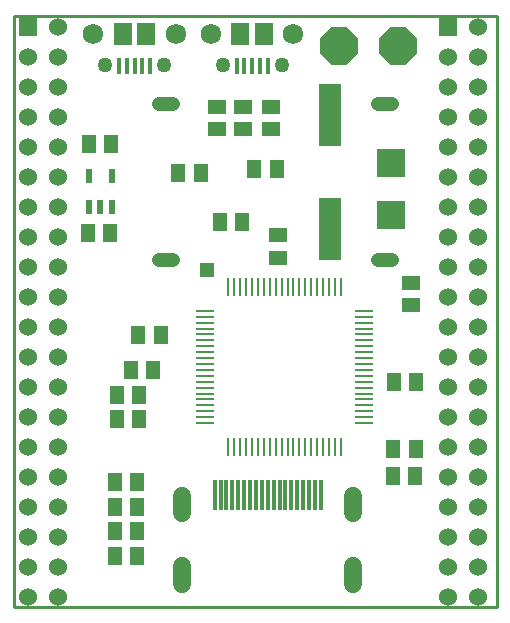
<source format=gts>
G75*
%MOIN*%
%OFA0B0*%
%FSLAX25Y25*%
%IPPOS*%
%LPD*%
%AMOC8*
5,1,8,0,0,1.08239X$1,22.5*
%
%ADD10C,0.01000*%
%ADD11C,0.06000*%
%ADD12R,0.06000X0.06000*%
%ADD13R,0.01575X0.05315*%
%ADD14R,0.05906X0.07480*%
%ADD15C,0.06791*%
%ADD16C,0.05020*%
%ADD17C,0.04724*%
%ADD18OC8,0.12500*%
%ADD19R,0.09449X0.09449*%
%ADD20R,0.05906X0.00984*%
%ADD21R,0.00984X0.05906*%
%ADD22R,0.01181X0.10236*%
%ADD23C,0.05900*%
%ADD24C,0.00000*%
%ADD25C,0.03543*%
%ADD26R,0.05118X0.05906*%
%ADD27R,0.05906X0.05118*%
%ADD28R,0.02200X0.04800*%
%ADD29R,0.07600X0.21000*%
%ADD30R,0.06299X0.05118*%
%ADD31R,0.05118X0.06299*%
%ADD32R,0.04724X0.04724*%
D10*
X0045031Y0019923D02*
X0045031Y0216673D01*
X0206031Y0216673D01*
X0206031Y0019923D01*
X0045031Y0019923D01*
D11*
X0049952Y0023159D03*
X0049952Y0033159D03*
X0059952Y0033159D03*
X0059952Y0023159D03*
X0059952Y0043159D03*
X0049952Y0043159D03*
X0049952Y0053159D03*
X0049952Y0063159D03*
X0059952Y0063159D03*
X0059952Y0053159D03*
X0059952Y0073159D03*
X0049952Y0073159D03*
X0049952Y0083159D03*
X0059952Y0083159D03*
X0059952Y0093159D03*
X0049952Y0093159D03*
X0049952Y0103159D03*
X0049952Y0113159D03*
X0059952Y0113159D03*
X0059952Y0103159D03*
X0059952Y0123159D03*
X0049952Y0123159D03*
X0049952Y0133159D03*
X0059952Y0133159D03*
X0059952Y0143159D03*
X0049952Y0143159D03*
X0049952Y0153159D03*
X0049952Y0163159D03*
X0059952Y0163159D03*
X0059952Y0153159D03*
X0059952Y0173159D03*
X0049952Y0173159D03*
X0049952Y0183159D03*
X0059952Y0183159D03*
X0059952Y0193159D03*
X0049952Y0193159D03*
X0049952Y0203159D03*
X0059952Y0203159D03*
X0059952Y0213159D03*
X0189952Y0203159D03*
X0189952Y0193159D03*
X0199952Y0193159D03*
X0199952Y0203159D03*
X0199952Y0213159D03*
X0199952Y0183159D03*
X0189952Y0183159D03*
X0189952Y0173159D03*
X0199952Y0173159D03*
X0199952Y0163159D03*
X0189952Y0163159D03*
X0189952Y0153159D03*
X0189952Y0143159D03*
X0199952Y0143159D03*
X0199952Y0153159D03*
X0199952Y0133159D03*
X0189952Y0133159D03*
X0189952Y0123159D03*
X0199952Y0123159D03*
X0199952Y0113159D03*
X0189952Y0113159D03*
X0189952Y0103159D03*
X0189952Y0093159D03*
X0199952Y0093159D03*
X0199952Y0103159D03*
X0199952Y0083159D03*
X0189952Y0083159D03*
X0189952Y0073159D03*
X0199952Y0073159D03*
X0199952Y0063159D03*
X0189952Y0063159D03*
X0189952Y0053159D03*
X0189952Y0043159D03*
X0199952Y0043159D03*
X0199952Y0053159D03*
X0199952Y0033159D03*
X0189952Y0033159D03*
X0189952Y0023159D03*
X0199952Y0023159D03*
D12*
X0189952Y0213159D03*
X0049952Y0213159D03*
D13*
X0080213Y0200265D03*
X0082772Y0200265D03*
X0085331Y0200265D03*
X0087890Y0200265D03*
X0090449Y0200265D03*
X0119413Y0200265D03*
X0121972Y0200265D03*
X0124531Y0200265D03*
X0127090Y0200265D03*
X0129649Y0200265D03*
D14*
X0128468Y0210797D03*
X0120594Y0210757D03*
X0089268Y0210797D03*
X0081394Y0210757D03*
D15*
X0071552Y0210797D03*
X0099111Y0210797D03*
X0110752Y0210797D03*
X0138311Y0210797D03*
D16*
X0134374Y0200462D03*
X0114689Y0200462D03*
X0095174Y0200462D03*
X0075489Y0200462D03*
D17*
X0093369Y0187523D02*
X0098093Y0187523D01*
X0098093Y0135523D02*
X0093369Y0135523D01*
X0166369Y0135523D02*
X0171093Y0135523D01*
X0171093Y0187523D02*
X0166369Y0187523D01*
D18*
X0173260Y0206923D03*
X0153575Y0206923D03*
D19*
X0170884Y0167884D03*
X0170884Y0150561D03*
D20*
X0161906Y0118523D03*
X0161906Y0116555D03*
X0161906Y0114586D03*
X0161906Y0112618D03*
X0161906Y0110649D03*
X0161906Y0108681D03*
X0161906Y0106712D03*
X0161906Y0104744D03*
X0161906Y0102775D03*
X0161906Y0100807D03*
X0161906Y0098838D03*
X0161906Y0096870D03*
X0161906Y0094901D03*
X0161906Y0092933D03*
X0161906Y0090964D03*
X0161906Y0088996D03*
X0161906Y0087027D03*
X0161906Y0085059D03*
X0161906Y0083090D03*
X0161906Y0081122D03*
X0108756Y0081122D03*
X0108756Y0083090D03*
X0108756Y0085059D03*
X0108756Y0087027D03*
X0108756Y0088996D03*
X0108756Y0090964D03*
X0108756Y0092933D03*
X0108756Y0094901D03*
X0108756Y0096870D03*
X0108756Y0098838D03*
X0108756Y0100807D03*
X0108756Y0102775D03*
X0108756Y0104744D03*
X0108756Y0106712D03*
X0108756Y0108681D03*
X0108756Y0110649D03*
X0108756Y0112618D03*
X0108756Y0114586D03*
X0108756Y0116555D03*
X0108756Y0118523D03*
D21*
X0116630Y0126397D03*
X0118599Y0126397D03*
X0120567Y0126397D03*
X0122536Y0126397D03*
X0124504Y0126397D03*
X0126473Y0126397D03*
X0128441Y0126397D03*
X0130410Y0126397D03*
X0132378Y0126397D03*
X0134347Y0126397D03*
X0136315Y0126397D03*
X0138284Y0126397D03*
X0140252Y0126397D03*
X0142221Y0126397D03*
X0144189Y0126397D03*
X0146158Y0126397D03*
X0148126Y0126397D03*
X0150095Y0126397D03*
X0152063Y0126397D03*
X0154032Y0126397D03*
X0154032Y0073248D03*
X0152063Y0073248D03*
X0150095Y0073248D03*
X0148126Y0073248D03*
X0146158Y0073248D03*
X0144189Y0073248D03*
X0142221Y0073248D03*
X0140252Y0073248D03*
X0138284Y0073248D03*
X0136315Y0073248D03*
X0134347Y0073248D03*
X0132378Y0073248D03*
X0130410Y0073248D03*
X0128441Y0073248D03*
X0126473Y0073248D03*
X0124504Y0073248D03*
X0122536Y0073248D03*
X0120567Y0073248D03*
X0118599Y0073248D03*
X0116630Y0073248D03*
D22*
X0115952Y0057013D03*
X0117920Y0057013D03*
X0119889Y0057013D03*
X0121857Y0057013D03*
X0123826Y0057013D03*
X0125794Y0057013D03*
X0127763Y0057013D03*
X0129731Y0057013D03*
X0131700Y0057013D03*
X0133668Y0057013D03*
X0135637Y0057013D03*
X0137605Y0057013D03*
X0139574Y0057013D03*
X0141542Y0057013D03*
X0143511Y0057013D03*
X0145479Y0057013D03*
X0147448Y0057013D03*
X0113983Y0057013D03*
X0112015Y0057013D03*
D23*
X0101188Y0056971D02*
X0101188Y0051071D01*
X0101188Y0033506D02*
X0101188Y0027606D01*
X0158275Y0027606D02*
X0158275Y0033506D01*
X0158275Y0051071D02*
X0158275Y0056971D01*
D24*
X0156503Y0056974D02*
X0156505Y0057058D01*
X0156511Y0057141D01*
X0156521Y0057224D01*
X0156535Y0057307D01*
X0156552Y0057389D01*
X0156574Y0057470D01*
X0156599Y0057549D01*
X0156628Y0057628D01*
X0156661Y0057705D01*
X0156697Y0057780D01*
X0156737Y0057854D01*
X0156780Y0057926D01*
X0156827Y0057995D01*
X0156877Y0058062D01*
X0156930Y0058127D01*
X0156986Y0058189D01*
X0157044Y0058249D01*
X0157106Y0058306D01*
X0157170Y0058359D01*
X0157237Y0058410D01*
X0157306Y0058457D01*
X0157377Y0058502D01*
X0157450Y0058542D01*
X0157525Y0058579D01*
X0157602Y0058613D01*
X0157680Y0058643D01*
X0157759Y0058669D01*
X0157840Y0058692D01*
X0157922Y0058710D01*
X0158004Y0058725D01*
X0158087Y0058736D01*
X0158170Y0058743D01*
X0158254Y0058746D01*
X0158338Y0058745D01*
X0158421Y0058740D01*
X0158505Y0058731D01*
X0158587Y0058718D01*
X0158669Y0058702D01*
X0158750Y0058681D01*
X0158831Y0058657D01*
X0158909Y0058629D01*
X0158987Y0058597D01*
X0159063Y0058561D01*
X0159137Y0058522D01*
X0159209Y0058480D01*
X0159279Y0058434D01*
X0159347Y0058385D01*
X0159412Y0058333D01*
X0159475Y0058278D01*
X0159535Y0058220D01*
X0159593Y0058159D01*
X0159647Y0058095D01*
X0159699Y0058029D01*
X0159747Y0057961D01*
X0159792Y0057890D01*
X0159833Y0057817D01*
X0159872Y0057743D01*
X0159906Y0057667D01*
X0159937Y0057589D01*
X0159964Y0057510D01*
X0159988Y0057429D01*
X0160007Y0057348D01*
X0160023Y0057266D01*
X0160035Y0057183D01*
X0160043Y0057099D01*
X0160047Y0057016D01*
X0160047Y0056932D01*
X0160043Y0056849D01*
X0160035Y0056765D01*
X0160023Y0056682D01*
X0160007Y0056600D01*
X0159988Y0056519D01*
X0159964Y0056438D01*
X0159937Y0056359D01*
X0159906Y0056281D01*
X0159872Y0056205D01*
X0159833Y0056131D01*
X0159792Y0056058D01*
X0159747Y0055987D01*
X0159699Y0055919D01*
X0159647Y0055853D01*
X0159593Y0055789D01*
X0159535Y0055728D01*
X0159475Y0055670D01*
X0159412Y0055615D01*
X0159347Y0055563D01*
X0159279Y0055514D01*
X0159209Y0055468D01*
X0159137Y0055426D01*
X0159063Y0055387D01*
X0158987Y0055351D01*
X0158909Y0055319D01*
X0158831Y0055291D01*
X0158750Y0055267D01*
X0158669Y0055246D01*
X0158587Y0055230D01*
X0158505Y0055217D01*
X0158421Y0055208D01*
X0158338Y0055203D01*
X0158254Y0055202D01*
X0158170Y0055205D01*
X0158087Y0055212D01*
X0158004Y0055223D01*
X0157922Y0055238D01*
X0157840Y0055256D01*
X0157759Y0055279D01*
X0157680Y0055305D01*
X0157602Y0055335D01*
X0157525Y0055369D01*
X0157450Y0055406D01*
X0157377Y0055446D01*
X0157306Y0055491D01*
X0157237Y0055538D01*
X0157170Y0055589D01*
X0157106Y0055642D01*
X0157044Y0055699D01*
X0156986Y0055759D01*
X0156930Y0055821D01*
X0156877Y0055886D01*
X0156827Y0055953D01*
X0156780Y0056022D01*
X0156737Y0056094D01*
X0156697Y0056168D01*
X0156661Y0056243D01*
X0156628Y0056320D01*
X0156599Y0056399D01*
X0156574Y0056478D01*
X0156552Y0056559D01*
X0156535Y0056641D01*
X0156521Y0056724D01*
X0156511Y0056807D01*
X0156505Y0056890D01*
X0156503Y0056974D01*
X0156503Y0055202D02*
X0156505Y0055286D01*
X0156511Y0055369D01*
X0156521Y0055452D01*
X0156535Y0055535D01*
X0156552Y0055617D01*
X0156574Y0055698D01*
X0156599Y0055777D01*
X0156628Y0055856D01*
X0156661Y0055933D01*
X0156697Y0056008D01*
X0156737Y0056082D01*
X0156780Y0056154D01*
X0156827Y0056223D01*
X0156877Y0056290D01*
X0156930Y0056355D01*
X0156986Y0056417D01*
X0157044Y0056477D01*
X0157106Y0056534D01*
X0157170Y0056587D01*
X0157237Y0056638D01*
X0157306Y0056685D01*
X0157377Y0056730D01*
X0157450Y0056770D01*
X0157525Y0056807D01*
X0157602Y0056841D01*
X0157680Y0056871D01*
X0157759Y0056897D01*
X0157840Y0056920D01*
X0157922Y0056938D01*
X0158004Y0056953D01*
X0158087Y0056964D01*
X0158170Y0056971D01*
X0158254Y0056974D01*
X0158338Y0056973D01*
X0158421Y0056968D01*
X0158505Y0056959D01*
X0158587Y0056946D01*
X0158669Y0056930D01*
X0158750Y0056909D01*
X0158831Y0056885D01*
X0158909Y0056857D01*
X0158987Y0056825D01*
X0159063Y0056789D01*
X0159137Y0056750D01*
X0159209Y0056708D01*
X0159279Y0056662D01*
X0159347Y0056613D01*
X0159412Y0056561D01*
X0159475Y0056506D01*
X0159535Y0056448D01*
X0159593Y0056387D01*
X0159647Y0056323D01*
X0159699Y0056257D01*
X0159747Y0056189D01*
X0159792Y0056118D01*
X0159833Y0056045D01*
X0159872Y0055971D01*
X0159906Y0055895D01*
X0159937Y0055817D01*
X0159964Y0055738D01*
X0159988Y0055657D01*
X0160007Y0055576D01*
X0160023Y0055494D01*
X0160035Y0055411D01*
X0160043Y0055327D01*
X0160047Y0055244D01*
X0160047Y0055160D01*
X0160043Y0055077D01*
X0160035Y0054993D01*
X0160023Y0054910D01*
X0160007Y0054828D01*
X0159988Y0054747D01*
X0159964Y0054666D01*
X0159937Y0054587D01*
X0159906Y0054509D01*
X0159872Y0054433D01*
X0159833Y0054359D01*
X0159792Y0054286D01*
X0159747Y0054215D01*
X0159699Y0054147D01*
X0159647Y0054081D01*
X0159593Y0054017D01*
X0159535Y0053956D01*
X0159475Y0053898D01*
X0159412Y0053843D01*
X0159347Y0053791D01*
X0159279Y0053742D01*
X0159209Y0053696D01*
X0159137Y0053654D01*
X0159063Y0053615D01*
X0158987Y0053579D01*
X0158909Y0053547D01*
X0158831Y0053519D01*
X0158750Y0053495D01*
X0158669Y0053474D01*
X0158587Y0053458D01*
X0158505Y0053445D01*
X0158421Y0053436D01*
X0158338Y0053431D01*
X0158254Y0053430D01*
X0158170Y0053433D01*
X0158087Y0053440D01*
X0158004Y0053451D01*
X0157922Y0053466D01*
X0157840Y0053484D01*
X0157759Y0053507D01*
X0157680Y0053533D01*
X0157602Y0053563D01*
X0157525Y0053597D01*
X0157450Y0053634D01*
X0157377Y0053674D01*
X0157306Y0053719D01*
X0157237Y0053766D01*
X0157170Y0053817D01*
X0157106Y0053870D01*
X0157044Y0053927D01*
X0156986Y0053987D01*
X0156930Y0054049D01*
X0156877Y0054114D01*
X0156827Y0054181D01*
X0156780Y0054250D01*
X0156737Y0054322D01*
X0156697Y0054396D01*
X0156661Y0054471D01*
X0156628Y0054548D01*
X0156599Y0054627D01*
X0156574Y0054706D01*
X0156552Y0054787D01*
X0156535Y0054869D01*
X0156521Y0054952D01*
X0156511Y0055035D01*
X0156505Y0055118D01*
X0156503Y0055202D01*
X0156503Y0052840D02*
X0156505Y0052924D01*
X0156511Y0053007D01*
X0156521Y0053090D01*
X0156535Y0053173D01*
X0156552Y0053255D01*
X0156574Y0053336D01*
X0156599Y0053415D01*
X0156628Y0053494D01*
X0156661Y0053571D01*
X0156697Y0053646D01*
X0156737Y0053720D01*
X0156780Y0053792D01*
X0156827Y0053861D01*
X0156877Y0053928D01*
X0156930Y0053993D01*
X0156986Y0054055D01*
X0157044Y0054115D01*
X0157106Y0054172D01*
X0157170Y0054225D01*
X0157237Y0054276D01*
X0157306Y0054323D01*
X0157377Y0054368D01*
X0157450Y0054408D01*
X0157525Y0054445D01*
X0157602Y0054479D01*
X0157680Y0054509D01*
X0157759Y0054535D01*
X0157840Y0054558D01*
X0157922Y0054576D01*
X0158004Y0054591D01*
X0158087Y0054602D01*
X0158170Y0054609D01*
X0158254Y0054612D01*
X0158338Y0054611D01*
X0158421Y0054606D01*
X0158505Y0054597D01*
X0158587Y0054584D01*
X0158669Y0054568D01*
X0158750Y0054547D01*
X0158831Y0054523D01*
X0158909Y0054495D01*
X0158987Y0054463D01*
X0159063Y0054427D01*
X0159137Y0054388D01*
X0159209Y0054346D01*
X0159279Y0054300D01*
X0159347Y0054251D01*
X0159412Y0054199D01*
X0159475Y0054144D01*
X0159535Y0054086D01*
X0159593Y0054025D01*
X0159647Y0053961D01*
X0159699Y0053895D01*
X0159747Y0053827D01*
X0159792Y0053756D01*
X0159833Y0053683D01*
X0159872Y0053609D01*
X0159906Y0053533D01*
X0159937Y0053455D01*
X0159964Y0053376D01*
X0159988Y0053295D01*
X0160007Y0053214D01*
X0160023Y0053132D01*
X0160035Y0053049D01*
X0160043Y0052965D01*
X0160047Y0052882D01*
X0160047Y0052798D01*
X0160043Y0052715D01*
X0160035Y0052631D01*
X0160023Y0052548D01*
X0160007Y0052466D01*
X0159988Y0052385D01*
X0159964Y0052304D01*
X0159937Y0052225D01*
X0159906Y0052147D01*
X0159872Y0052071D01*
X0159833Y0051997D01*
X0159792Y0051924D01*
X0159747Y0051853D01*
X0159699Y0051785D01*
X0159647Y0051719D01*
X0159593Y0051655D01*
X0159535Y0051594D01*
X0159475Y0051536D01*
X0159412Y0051481D01*
X0159347Y0051429D01*
X0159279Y0051380D01*
X0159209Y0051334D01*
X0159137Y0051292D01*
X0159063Y0051253D01*
X0158987Y0051217D01*
X0158909Y0051185D01*
X0158831Y0051157D01*
X0158750Y0051133D01*
X0158669Y0051112D01*
X0158587Y0051096D01*
X0158505Y0051083D01*
X0158421Y0051074D01*
X0158338Y0051069D01*
X0158254Y0051068D01*
X0158170Y0051071D01*
X0158087Y0051078D01*
X0158004Y0051089D01*
X0157922Y0051104D01*
X0157840Y0051122D01*
X0157759Y0051145D01*
X0157680Y0051171D01*
X0157602Y0051201D01*
X0157525Y0051235D01*
X0157450Y0051272D01*
X0157377Y0051312D01*
X0157306Y0051357D01*
X0157237Y0051404D01*
X0157170Y0051455D01*
X0157106Y0051508D01*
X0157044Y0051565D01*
X0156986Y0051625D01*
X0156930Y0051687D01*
X0156877Y0051752D01*
X0156827Y0051819D01*
X0156780Y0051888D01*
X0156737Y0051960D01*
X0156697Y0052034D01*
X0156661Y0052109D01*
X0156628Y0052186D01*
X0156599Y0052265D01*
X0156574Y0052344D01*
X0156552Y0052425D01*
X0156535Y0052507D01*
X0156521Y0052590D01*
X0156511Y0052673D01*
X0156505Y0052756D01*
X0156503Y0052840D01*
X0156503Y0051068D02*
X0156505Y0051152D01*
X0156511Y0051235D01*
X0156521Y0051318D01*
X0156535Y0051401D01*
X0156552Y0051483D01*
X0156574Y0051564D01*
X0156599Y0051643D01*
X0156628Y0051722D01*
X0156661Y0051799D01*
X0156697Y0051874D01*
X0156737Y0051948D01*
X0156780Y0052020D01*
X0156827Y0052089D01*
X0156877Y0052156D01*
X0156930Y0052221D01*
X0156986Y0052283D01*
X0157044Y0052343D01*
X0157106Y0052400D01*
X0157170Y0052453D01*
X0157237Y0052504D01*
X0157306Y0052551D01*
X0157377Y0052596D01*
X0157450Y0052636D01*
X0157525Y0052673D01*
X0157602Y0052707D01*
X0157680Y0052737D01*
X0157759Y0052763D01*
X0157840Y0052786D01*
X0157922Y0052804D01*
X0158004Y0052819D01*
X0158087Y0052830D01*
X0158170Y0052837D01*
X0158254Y0052840D01*
X0158338Y0052839D01*
X0158421Y0052834D01*
X0158505Y0052825D01*
X0158587Y0052812D01*
X0158669Y0052796D01*
X0158750Y0052775D01*
X0158831Y0052751D01*
X0158909Y0052723D01*
X0158987Y0052691D01*
X0159063Y0052655D01*
X0159137Y0052616D01*
X0159209Y0052574D01*
X0159279Y0052528D01*
X0159347Y0052479D01*
X0159412Y0052427D01*
X0159475Y0052372D01*
X0159535Y0052314D01*
X0159593Y0052253D01*
X0159647Y0052189D01*
X0159699Y0052123D01*
X0159747Y0052055D01*
X0159792Y0051984D01*
X0159833Y0051911D01*
X0159872Y0051837D01*
X0159906Y0051761D01*
X0159937Y0051683D01*
X0159964Y0051604D01*
X0159988Y0051523D01*
X0160007Y0051442D01*
X0160023Y0051360D01*
X0160035Y0051277D01*
X0160043Y0051193D01*
X0160047Y0051110D01*
X0160047Y0051026D01*
X0160043Y0050943D01*
X0160035Y0050859D01*
X0160023Y0050776D01*
X0160007Y0050694D01*
X0159988Y0050613D01*
X0159964Y0050532D01*
X0159937Y0050453D01*
X0159906Y0050375D01*
X0159872Y0050299D01*
X0159833Y0050225D01*
X0159792Y0050152D01*
X0159747Y0050081D01*
X0159699Y0050013D01*
X0159647Y0049947D01*
X0159593Y0049883D01*
X0159535Y0049822D01*
X0159475Y0049764D01*
X0159412Y0049709D01*
X0159347Y0049657D01*
X0159279Y0049608D01*
X0159209Y0049562D01*
X0159137Y0049520D01*
X0159063Y0049481D01*
X0158987Y0049445D01*
X0158909Y0049413D01*
X0158831Y0049385D01*
X0158750Y0049361D01*
X0158669Y0049340D01*
X0158587Y0049324D01*
X0158505Y0049311D01*
X0158421Y0049302D01*
X0158338Y0049297D01*
X0158254Y0049296D01*
X0158170Y0049299D01*
X0158087Y0049306D01*
X0158004Y0049317D01*
X0157922Y0049332D01*
X0157840Y0049350D01*
X0157759Y0049373D01*
X0157680Y0049399D01*
X0157602Y0049429D01*
X0157525Y0049463D01*
X0157450Y0049500D01*
X0157377Y0049540D01*
X0157306Y0049585D01*
X0157237Y0049632D01*
X0157170Y0049683D01*
X0157106Y0049736D01*
X0157044Y0049793D01*
X0156986Y0049853D01*
X0156930Y0049915D01*
X0156877Y0049980D01*
X0156827Y0050047D01*
X0156780Y0050116D01*
X0156737Y0050188D01*
X0156697Y0050262D01*
X0156661Y0050337D01*
X0156628Y0050414D01*
X0156599Y0050493D01*
X0156574Y0050572D01*
X0156552Y0050653D01*
X0156535Y0050735D01*
X0156521Y0050818D01*
X0156511Y0050901D01*
X0156505Y0050984D01*
X0156503Y0051068D01*
X0156503Y0033549D02*
X0156505Y0033633D01*
X0156511Y0033716D01*
X0156521Y0033799D01*
X0156535Y0033882D01*
X0156552Y0033964D01*
X0156574Y0034045D01*
X0156599Y0034124D01*
X0156628Y0034203D01*
X0156661Y0034280D01*
X0156697Y0034355D01*
X0156737Y0034429D01*
X0156780Y0034501D01*
X0156827Y0034570D01*
X0156877Y0034637D01*
X0156930Y0034702D01*
X0156986Y0034764D01*
X0157044Y0034824D01*
X0157106Y0034881D01*
X0157170Y0034934D01*
X0157237Y0034985D01*
X0157306Y0035032D01*
X0157377Y0035077D01*
X0157450Y0035117D01*
X0157525Y0035154D01*
X0157602Y0035188D01*
X0157680Y0035218D01*
X0157759Y0035244D01*
X0157840Y0035267D01*
X0157922Y0035285D01*
X0158004Y0035300D01*
X0158087Y0035311D01*
X0158170Y0035318D01*
X0158254Y0035321D01*
X0158338Y0035320D01*
X0158421Y0035315D01*
X0158505Y0035306D01*
X0158587Y0035293D01*
X0158669Y0035277D01*
X0158750Y0035256D01*
X0158831Y0035232D01*
X0158909Y0035204D01*
X0158987Y0035172D01*
X0159063Y0035136D01*
X0159137Y0035097D01*
X0159209Y0035055D01*
X0159279Y0035009D01*
X0159347Y0034960D01*
X0159412Y0034908D01*
X0159475Y0034853D01*
X0159535Y0034795D01*
X0159593Y0034734D01*
X0159647Y0034670D01*
X0159699Y0034604D01*
X0159747Y0034536D01*
X0159792Y0034465D01*
X0159833Y0034392D01*
X0159872Y0034318D01*
X0159906Y0034242D01*
X0159937Y0034164D01*
X0159964Y0034085D01*
X0159988Y0034004D01*
X0160007Y0033923D01*
X0160023Y0033841D01*
X0160035Y0033758D01*
X0160043Y0033674D01*
X0160047Y0033591D01*
X0160047Y0033507D01*
X0160043Y0033424D01*
X0160035Y0033340D01*
X0160023Y0033257D01*
X0160007Y0033175D01*
X0159988Y0033094D01*
X0159964Y0033013D01*
X0159937Y0032934D01*
X0159906Y0032856D01*
X0159872Y0032780D01*
X0159833Y0032706D01*
X0159792Y0032633D01*
X0159747Y0032562D01*
X0159699Y0032494D01*
X0159647Y0032428D01*
X0159593Y0032364D01*
X0159535Y0032303D01*
X0159475Y0032245D01*
X0159412Y0032190D01*
X0159347Y0032138D01*
X0159279Y0032089D01*
X0159209Y0032043D01*
X0159137Y0032001D01*
X0159063Y0031962D01*
X0158987Y0031926D01*
X0158909Y0031894D01*
X0158831Y0031866D01*
X0158750Y0031842D01*
X0158669Y0031821D01*
X0158587Y0031805D01*
X0158505Y0031792D01*
X0158421Y0031783D01*
X0158338Y0031778D01*
X0158254Y0031777D01*
X0158170Y0031780D01*
X0158087Y0031787D01*
X0158004Y0031798D01*
X0157922Y0031813D01*
X0157840Y0031831D01*
X0157759Y0031854D01*
X0157680Y0031880D01*
X0157602Y0031910D01*
X0157525Y0031944D01*
X0157450Y0031981D01*
X0157377Y0032021D01*
X0157306Y0032066D01*
X0157237Y0032113D01*
X0157170Y0032164D01*
X0157106Y0032217D01*
X0157044Y0032274D01*
X0156986Y0032334D01*
X0156930Y0032396D01*
X0156877Y0032461D01*
X0156827Y0032528D01*
X0156780Y0032597D01*
X0156737Y0032669D01*
X0156697Y0032743D01*
X0156661Y0032818D01*
X0156628Y0032895D01*
X0156599Y0032974D01*
X0156574Y0033053D01*
X0156552Y0033134D01*
X0156535Y0033216D01*
X0156521Y0033299D01*
X0156511Y0033382D01*
X0156505Y0033465D01*
X0156503Y0033549D01*
X0156503Y0031777D02*
X0156505Y0031861D01*
X0156511Y0031944D01*
X0156521Y0032027D01*
X0156535Y0032110D01*
X0156552Y0032192D01*
X0156574Y0032273D01*
X0156599Y0032352D01*
X0156628Y0032431D01*
X0156661Y0032508D01*
X0156697Y0032583D01*
X0156737Y0032657D01*
X0156780Y0032729D01*
X0156827Y0032798D01*
X0156877Y0032865D01*
X0156930Y0032930D01*
X0156986Y0032992D01*
X0157044Y0033052D01*
X0157106Y0033109D01*
X0157170Y0033162D01*
X0157237Y0033213D01*
X0157306Y0033260D01*
X0157377Y0033305D01*
X0157450Y0033345D01*
X0157525Y0033382D01*
X0157602Y0033416D01*
X0157680Y0033446D01*
X0157759Y0033472D01*
X0157840Y0033495D01*
X0157922Y0033513D01*
X0158004Y0033528D01*
X0158087Y0033539D01*
X0158170Y0033546D01*
X0158254Y0033549D01*
X0158338Y0033548D01*
X0158421Y0033543D01*
X0158505Y0033534D01*
X0158587Y0033521D01*
X0158669Y0033505D01*
X0158750Y0033484D01*
X0158831Y0033460D01*
X0158909Y0033432D01*
X0158987Y0033400D01*
X0159063Y0033364D01*
X0159137Y0033325D01*
X0159209Y0033283D01*
X0159279Y0033237D01*
X0159347Y0033188D01*
X0159412Y0033136D01*
X0159475Y0033081D01*
X0159535Y0033023D01*
X0159593Y0032962D01*
X0159647Y0032898D01*
X0159699Y0032832D01*
X0159747Y0032764D01*
X0159792Y0032693D01*
X0159833Y0032620D01*
X0159872Y0032546D01*
X0159906Y0032470D01*
X0159937Y0032392D01*
X0159964Y0032313D01*
X0159988Y0032232D01*
X0160007Y0032151D01*
X0160023Y0032069D01*
X0160035Y0031986D01*
X0160043Y0031902D01*
X0160047Y0031819D01*
X0160047Y0031735D01*
X0160043Y0031652D01*
X0160035Y0031568D01*
X0160023Y0031485D01*
X0160007Y0031403D01*
X0159988Y0031322D01*
X0159964Y0031241D01*
X0159937Y0031162D01*
X0159906Y0031084D01*
X0159872Y0031008D01*
X0159833Y0030934D01*
X0159792Y0030861D01*
X0159747Y0030790D01*
X0159699Y0030722D01*
X0159647Y0030656D01*
X0159593Y0030592D01*
X0159535Y0030531D01*
X0159475Y0030473D01*
X0159412Y0030418D01*
X0159347Y0030366D01*
X0159279Y0030317D01*
X0159209Y0030271D01*
X0159137Y0030229D01*
X0159063Y0030190D01*
X0158987Y0030154D01*
X0158909Y0030122D01*
X0158831Y0030094D01*
X0158750Y0030070D01*
X0158669Y0030049D01*
X0158587Y0030033D01*
X0158505Y0030020D01*
X0158421Y0030011D01*
X0158338Y0030006D01*
X0158254Y0030005D01*
X0158170Y0030008D01*
X0158087Y0030015D01*
X0158004Y0030026D01*
X0157922Y0030041D01*
X0157840Y0030059D01*
X0157759Y0030082D01*
X0157680Y0030108D01*
X0157602Y0030138D01*
X0157525Y0030172D01*
X0157450Y0030209D01*
X0157377Y0030249D01*
X0157306Y0030294D01*
X0157237Y0030341D01*
X0157170Y0030392D01*
X0157106Y0030445D01*
X0157044Y0030502D01*
X0156986Y0030562D01*
X0156930Y0030624D01*
X0156877Y0030689D01*
X0156827Y0030756D01*
X0156780Y0030825D01*
X0156737Y0030897D01*
X0156697Y0030971D01*
X0156661Y0031046D01*
X0156628Y0031123D01*
X0156599Y0031202D01*
X0156574Y0031281D01*
X0156552Y0031362D01*
X0156535Y0031444D01*
X0156521Y0031527D01*
X0156511Y0031610D01*
X0156505Y0031693D01*
X0156503Y0031777D01*
X0156503Y0029415D02*
X0156505Y0029499D01*
X0156511Y0029582D01*
X0156521Y0029665D01*
X0156535Y0029748D01*
X0156552Y0029830D01*
X0156574Y0029911D01*
X0156599Y0029990D01*
X0156628Y0030069D01*
X0156661Y0030146D01*
X0156697Y0030221D01*
X0156737Y0030295D01*
X0156780Y0030367D01*
X0156827Y0030436D01*
X0156877Y0030503D01*
X0156930Y0030568D01*
X0156986Y0030630D01*
X0157044Y0030690D01*
X0157106Y0030747D01*
X0157170Y0030800D01*
X0157237Y0030851D01*
X0157306Y0030898D01*
X0157377Y0030943D01*
X0157450Y0030983D01*
X0157525Y0031020D01*
X0157602Y0031054D01*
X0157680Y0031084D01*
X0157759Y0031110D01*
X0157840Y0031133D01*
X0157922Y0031151D01*
X0158004Y0031166D01*
X0158087Y0031177D01*
X0158170Y0031184D01*
X0158254Y0031187D01*
X0158338Y0031186D01*
X0158421Y0031181D01*
X0158505Y0031172D01*
X0158587Y0031159D01*
X0158669Y0031143D01*
X0158750Y0031122D01*
X0158831Y0031098D01*
X0158909Y0031070D01*
X0158987Y0031038D01*
X0159063Y0031002D01*
X0159137Y0030963D01*
X0159209Y0030921D01*
X0159279Y0030875D01*
X0159347Y0030826D01*
X0159412Y0030774D01*
X0159475Y0030719D01*
X0159535Y0030661D01*
X0159593Y0030600D01*
X0159647Y0030536D01*
X0159699Y0030470D01*
X0159747Y0030402D01*
X0159792Y0030331D01*
X0159833Y0030258D01*
X0159872Y0030184D01*
X0159906Y0030108D01*
X0159937Y0030030D01*
X0159964Y0029951D01*
X0159988Y0029870D01*
X0160007Y0029789D01*
X0160023Y0029707D01*
X0160035Y0029624D01*
X0160043Y0029540D01*
X0160047Y0029457D01*
X0160047Y0029373D01*
X0160043Y0029290D01*
X0160035Y0029206D01*
X0160023Y0029123D01*
X0160007Y0029041D01*
X0159988Y0028960D01*
X0159964Y0028879D01*
X0159937Y0028800D01*
X0159906Y0028722D01*
X0159872Y0028646D01*
X0159833Y0028572D01*
X0159792Y0028499D01*
X0159747Y0028428D01*
X0159699Y0028360D01*
X0159647Y0028294D01*
X0159593Y0028230D01*
X0159535Y0028169D01*
X0159475Y0028111D01*
X0159412Y0028056D01*
X0159347Y0028004D01*
X0159279Y0027955D01*
X0159209Y0027909D01*
X0159137Y0027867D01*
X0159063Y0027828D01*
X0158987Y0027792D01*
X0158909Y0027760D01*
X0158831Y0027732D01*
X0158750Y0027708D01*
X0158669Y0027687D01*
X0158587Y0027671D01*
X0158505Y0027658D01*
X0158421Y0027649D01*
X0158338Y0027644D01*
X0158254Y0027643D01*
X0158170Y0027646D01*
X0158087Y0027653D01*
X0158004Y0027664D01*
X0157922Y0027679D01*
X0157840Y0027697D01*
X0157759Y0027720D01*
X0157680Y0027746D01*
X0157602Y0027776D01*
X0157525Y0027810D01*
X0157450Y0027847D01*
X0157377Y0027887D01*
X0157306Y0027932D01*
X0157237Y0027979D01*
X0157170Y0028030D01*
X0157106Y0028083D01*
X0157044Y0028140D01*
X0156986Y0028200D01*
X0156930Y0028262D01*
X0156877Y0028327D01*
X0156827Y0028394D01*
X0156780Y0028463D01*
X0156737Y0028535D01*
X0156697Y0028609D01*
X0156661Y0028684D01*
X0156628Y0028761D01*
X0156599Y0028840D01*
X0156574Y0028919D01*
X0156552Y0029000D01*
X0156535Y0029082D01*
X0156521Y0029165D01*
X0156511Y0029248D01*
X0156505Y0029331D01*
X0156503Y0029415D01*
X0156503Y0027643D02*
X0156505Y0027727D01*
X0156511Y0027810D01*
X0156521Y0027893D01*
X0156535Y0027976D01*
X0156552Y0028058D01*
X0156574Y0028139D01*
X0156599Y0028218D01*
X0156628Y0028297D01*
X0156661Y0028374D01*
X0156697Y0028449D01*
X0156737Y0028523D01*
X0156780Y0028595D01*
X0156827Y0028664D01*
X0156877Y0028731D01*
X0156930Y0028796D01*
X0156986Y0028858D01*
X0157044Y0028918D01*
X0157106Y0028975D01*
X0157170Y0029028D01*
X0157237Y0029079D01*
X0157306Y0029126D01*
X0157377Y0029171D01*
X0157450Y0029211D01*
X0157525Y0029248D01*
X0157602Y0029282D01*
X0157680Y0029312D01*
X0157759Y0029338D01*
X0157840Y0029361D01*
X0157922Y0029379D01*
X0158004Y0029394D01*
X0158087Y0029405D01*
X0158170Y0029412D01*
X0158254Y0029415D01*
X0158338Y0029414D01*
X0158421Y0029409D01*
X0158505Y0029400D01*
X0158587Y0029387D01*
X0158669Y0029371D01*
X0158750Y0029350D01*
X0158831Y0029326D01*
X0158909Y0029298D01*
X0158987Y0029266D01*
X0159063Y0029230D01*
X0159137Y0029191D01*
X0159209Y0029149D01*
X0159279Y0029103D01*
X0159347Y0029054D01*
X0159412Y0029002D01*
X0159475Y0028947D01*
X0159535Y0028889D01*
X0159593Y0028828D01*
X0159647Y0028764D01*
X0159699Y0028698D01*
X0159747Y0028630D01*
X0159792Y0028559D01*
X0159833Y0028486D01*
X0159872Y0028412D01*
X0159906Y0028336D01*
X0159937Y0028258D01*
X0159964Y0028179D01*
X0159988Y0028098D01*
X0160007Y0028017D01*
X0160023Y0027935D01*
X0160035Y0027852D01*
X0160043Y0027768D01*
X0160047Y0027685D01*
X0160047Y0027601D01*
X0160043Y0027518D01*
X0160035Y0027434D01*
X0160023Y0027351D01*
X0160007Y0027269D01*
X0159988Y0027188D01*
X0159964Y0027107D01*
X0159937Y0027028D01*
X0159906Y0026950D01*
X0159872Y0026874D01*
X0159833Y0026800D01*
X0159792Y0026727D01*
X0159747Y0026656D01*
X0159699Y0026588D01*
X0159647Y0026522D01*
X0159593Y0026458D01*
X0159535Y0026397D01*
X0159475Y0026339D01*
X0159412Y0026284D01*
X0159347Y0026232D01*
X0159279Y0026183D01*
X0159209Y0026137D01*
X0159137Y0026095D01*
X0159063Y0026056D01*
X0158987Y0026020D01*
X0158909Y0025988D01*
X0158831Y0025960D01*
X0158750Y0025936D01*
X0158669Y0025915D01*
X0158587Y0025899D01*
X0158505Y0025886D01*
X0158421Y0025877D01*
X0158338Y0025872D01*
X0158254Y0025871D01*
X0158170Y0025874D01*
X0158087Y0025881D01*
X0158004Y0025892D01*
X0157922Y0025907D01*
X0157840Y0025925D01*
X0157759Y0025948D01*
X0157680Y0025974D01*
X0157602Y0026004D01*
X0157525Y0026038D01*
X0157450Y0026075D01*
X0157377Y0026115D01*
X0157306Y0026160D01*
X0157237Y0026207D01*
X0157170Y0026258D01*
X0157106Y0026311D01*
X0157044Y0026368D01*
X0156986Y0026428D01*
X0156930Y0026490D01*
X0156877Y0026555D01*
X0156827Y0026622D01*
X0156780Y0026691D01*
X0156737Y0026763D01*
X0156697Y0026837D01*
X0156661Y0026912D01*
X0156628Y0026989D01*
X0156599Y0027068D01*
X0156574Y0027147D01*
X0156552Y0027228D01*
X0156535Y0027310D01*
X0156521Y0027393D01*
X0156511Y0027476D01*
X0156505Y0027559D01*
X0156503Y0027643D01*
X0099416Y0027643D02*
X0099418Y0027727D01*
X0099424Y0027810D01*
X0099434Y0027893D01*
X0099448Y0027976D01*
X0099465Y0028058D01*
X0099487Y0028139D01*
X0099512Y0028218D01*
X0099541Y0028297D01*
X0099574Y0028374D01*
X0099610Y0028449D01*
X0099650Y0028523D01*
X0099693Y0028595D01*
X0099740Y0028664D01*
X0099790Y0028731D01*
X0099843Y0028796D01*
X0099899Y0028858D01*
X0099957Y0028918D01*
X0100019Y0028975D01*
X0100083Y0029028D01*
X0100150Y0029079D01*
X0100219Y0029126D01*
X0100290Y0029171D01*
X0100363Y0029211D01*
X0100438Y0029248D01*
X0100515Y0029282D01*
X0100593Y0029312D01*
X0100672Y0029338D01*
X0100753Y0029361D01*
X0100835Y0029379D01*
X0100917Y0029394D01*
X0101000Y0029405D01*
X0101083Y0029412D01*
X0101167Y0029415D01*
X0101251Y0029414D01*
X0101334Y0029409D01*
X0101418Y0029400D01*
X0101500Y0029387D01*
X0101582Y0029371D01*
X0101663Y0029350D01*
X0101744Y0029326D01*
X0101822Y0029298D01*
X0101900Y0029266D01*
X0101976Y0029230D01*
X0102050Y0029191D01*
X0102122Y0029149D01*
X0102192Y0029103D01*
X0102260Y0029054D01*
X0102325Y0029002D01*
X0102388Y0028947D01*
X0102448Y0028889D01*
X0102506Y0028828D01*
X0102560Y0028764D01*
X0102612Y0028698D01*
X0102660Y0028630D01*
X0102705Y0028559D01*
X0102746Y0028486D01*
X0102785Y0028412D01*
X0102819Y0028336D01*
X0102850Y0028258D01*
X0102877Y0028179D01*
X0102901Y0028098D01*
X0102920Y0028017D01*
X0102936Y0027935D01*
X0102948Y0027852D01*
X0102956Y0027768D01*
X0102960Y0027685D01*
X0102960Y0027601D01*
X0102956Y0027518D01*
X0102948Y0027434D01*
X0102936Y0027351D01*
X0102920Y0027269D01*
X0102901Y0027188D01*
X0102877Y0027107D01*
X0102850Y0027028D01*
X0102819Y0026950D01*
X0102785Y0026874D01*
X0102746Y0026800D01*
X0102705Y0026727D01*
X0102660Y0026656D01*
X0102612Y0026588D01*
X0102560Y0026522D01*
X0102506Y0026458D01*
X0102448Y0026397D01*
X0102388Y0026339D01*
X0102325Y0026284D01*
X0102260Y0026232D01*
X0102192Y0026183D01*
X0102122Y0026137D01*
X0102050Y0026095D01*
X0101976Y0026056D01*
X0101900Y0026020D01*
X0101822Y0025988D01*
X0101744Y0025960D01*
X0101663Y0025936D01*
X0101582Y0025915D01*
X0101500Y0025899D01*
X0101418Y0025886D01*
X0101334Y0025877D01*
X0101251Y0025872D01*
X0101167Y0025871D01*
X0101083Y0025874D01*
X0101000Y0025881D01*
X0100917Y0025892D01*
X0100835Y0025907D01*
X0100753Y0025925D01*
X0100672Y0025948D01*
X0100593Y0025974D01*
X0100515Y0026004D01*
X0100438Y0026038D01*
X0100363Y0026075D01*
X0100290Y0026115D01*
X0100219Y0026160D01*
X0100150Y0026207D01*
X0100083Y0026258D01*
X0100019Y0026311D01*
X0099957Y0026368D01*
X0099899Y0026428D01*
X0099843Y0026490D01*
X0099790Y0026555D01*
X0099740Y0026622D01*
X0099693Y0026691D01*
X0099650Y0026763D01*
X0099610Y0026837D01*
X0099574Y0026912D01*
X0099541Y0026989D01*
X0099512Y0027068D01*
X0099487Y0027147D01*
X0099465Y0027228D01*
X0099448Y0027310D01*
X0099434Y0027393D01*
X0099424Y0027476D01*
X0099418Y0027559D01*
X0099416Y0027643D01*
X0099416Y0029415D02*
X0099418Y0029499D01*
X0099424Y0029582D01*
X0099434Y0029665D01*
X0099448Y0029748D01*
X0099465Y0029830D01*
X0099487Y0029911D01*
X0099512Y0029990D01*
X0099541Y0030069D01*
X0099574Y0030146D01*
X0099610Y0030221D01*
X0099650Y0030295D01*
X0099693Y0030367D01*
X0099740Y0030436D01*
X0099790Y0030503D01*
X0099843Y0030568D01*
X0099899Y0030630D01*
X0099957Y0030690D01*
X0100019Y0030747D01*
X0100083Y0030800D01*
X0100150Y0030851D01*
X0100219Y0030898D01*
X0100290Y0030943D01*
X0100363Y0030983D01*
X0100438Y0031020D01*
X0100515Y0031054D01*
X0100593Y0031084D01*
X0100672Y0031110D01*
X0100753Y0031133D01*
X0100835Y0031151D01*
X0100917Y0031166D01*
X0101000Y0031177D01*
X0101083Y0031184D01*
X0101167Y0031187D01*
X0101251Y0031186D01*
X0101334Y0031181D01*
X0101418Y0031172D01*
X0101500Y0031159D01*
X0101582Y0031143D01*
X0101663Y0031122D01*
X0101744Y0031098D01*
X0101822Y0031070D01*
X0101900Y0031038D01*
X0101976Y0031002D01*
X0102050Y0030963D01*
X0102122Y0030921D01*
X0102192Y0030875D01*
X0102260Y0030826D01*
X0102325Y0030774D01*
X0102388Y0030719D01*
X0102448Y0030661D01*
X0102506Y0030600D01*
X0102560Y0030536D01*
X0102612Y0030470D01*
X0102660Y0030402D01*
X0102705Y0030331D01*
X0102746Y0030258D01*
X0102785Y0030184D01*
X0102819Y0030108D01*
X0102850Y0030030D01*
X0102877Y0029951D01*
X0102901Y0029870D01*
X0102920Y0029789D01*
X0102936Y0029707D01*
X0102948Y0029624D01*
X0102956Y0029540D01*
X0102960Y0029457D01*
X0102960Y0029373D01*
X0102956Y0029290D01*
X0102948Y0029206D01*
X0102936Y0029123D01*
X0102920Y0029041D01*
X0102901Y0028960D01*
X0102877Y0028879D01*
X0102850Y0028800D01*
X0102819Y0028722D01*
X0102785Y0028646D01*
X0102746Y0028572D01*
X0102705Y0028499D01*
X0102660Y0028428D01*
X0102612Y0028360D01*
X0102560Y0028294D01*
X0102506Y0028230D01*
X0102448Y0028169D01*
X0102388Y0028111D01*
X0102325Y0028056D01*
X0102260Y0028004D01*
X0102192Y0027955D01*
X0102122Y0027909D01*
X0102050Y0027867D01*
X0101976Y0027828D01*
X0101900Y0027792D01*
X0101822Y0027760D01*
X0101744Y0027732D01*
X0101663Y0027708D01*
X0101582Y0027687D01*
X0101500Y0027671D01*
X0101418Y0027658D01*
X0101334Y0027649D01*
X0101251Y0027644D01*
X0101167Y0027643D01*
X0101083Y0027646D01*
X0101000Y0027653D01*
X0100917Y0027664D01*
X0100835Y0027679D01*
X0100753Y0027697D01*
X0100672Y0027720D01*
X0100593Y0027746D01*
X0100515Y0027776D01*
X0100438Y0027810D01*
X0100363Y0027847D01*
X0100290Y0027887D01*
X0100219Y0027932D01*
X0100150Y0027979D01*
X0100083Y0028030D01*
X0100019Y0028083D01*
X0099957Y0028140D01*
X0099899Y0028200D01*
X0099843Y0028262D01*
X0099790Y0028327D01*
X0099740Y0028394D01*
X0099693Y0028463D01*
X0099650Y0028535D01*
X0099610Y0028609D01*
X0099574Y0028684D01*
X0099541Y0028761D01*
X0099512Y0028840D01*
X0099487Y0028919D01*
X0099465Y0029000D01*
X0099448Y0029082D01*
X0099434Y0029165D01*
X0099424Y0029248D01*
X0099418Y0029331D01*
X0099416Y0029415D01*
X0099416Y0031777D02*
X0099418Y0031861D01*
X0099424Y0031944D01*
X0099434Y0032027D01*
X0099448Y0032110D01*
X0099465Y0032192D01*
X0099487Y0032273D01*
X0099512Y0032352D01*
X0099541Y0032431D01*
X0099574Y0032508D01*
X0099610Y0032583D01*
X0099650Y0032657D01*
X0099693Y0032729D01*
X0099740Y0032798D01*
X0099790Y0032865D01*
X0099843Y0032930D01*
X0099899Y0032992D01*
X0099957Y0033052D01*
X0100019Y0033109D01*
X0100083Y0033162D01*
X0100150Y0033213D01*
X0100219Y0033260D01*
X0100290Y0033305D01*
X0100363Y0033345D01*
X0100438Y0033382D01*
X0100515Y0033416D01*
X0100593Y0033446D01*
X0100672Y0033472D01*
X0100753Y0033495D01*
X0100835Y0033513D01*
X0100917Y0033528D01*
X0101000Y0033539D01*
X0101083Y0033546D01*
X0101167Y0033549D01*
X0101251Y0033548D01*
X0101334Y0033543D01*
X0101418Y0033534D01*
X0101500Y0033521D01*
X0101582Y0033505D01*
X0101663Y0033484D01*
X0101744Y0033460D01*
X0101822Y0033432D01*
X0101900Y0033400D01*
X0101976Y0033364D01*
X0102050Y0033325D01*
X0102122Y0033283D01*
X0102192Y0033237D01*
X0102260Y0033188D01*
X0102325Y0033136D01*
X0102388Y0033081D01*
X0102448Y0033023D01*
X0102506Y0032962D01*
X0102560Y0032898D01*
X0102612Y0032832D01*
X0102660Y0032764D01*
X0102705Y0032693D01*
X0102746Y0032620D01*
X0102785Y0032546D01*
X0102819Y0032470D01*
X0102850Y0032392D01*
X0102877Y0032313D01*
X0102901Y0032232D01*
X0102920Y0032151D01*
X0102936Y0032069D01*
X0102948Y0031986D01*
X0102956Y0031902D01*
X0102960Y0031819D01*
X0102960Y0031735D01*
X0102956Y0031652D01*
X0102948Y0031568D01*
X0102936Y0031485D01*
X0102920Y0031403D01*
X0102901Y0031322D01*
X0102877Y0031241D01*
X0102850Y0031162D01*
X0102819Y0031084D01*
X0102785Y0031008D01*
X0102746Y0030934D01*
X0102705Y0030861D01*
X0102660Y0030790D01*
X0102612Y0030722D01*
X0102560Y0030656D01*
X0102506Y0030592D01*
X0102448Y0030531D01*
X0102388Y0030473D01*
X0102325Y0030418D01*
X0102260Y0030366D01*
X0102192Y0030317D01*
X0102122Y0030271D01*
X0102050Y0030229D01*
X0101976Y0030190D01*
X0101900Y0030154D01*
X0101822Y0030122D01*
X0101744Y0030094D01*
X0101663Y0030070D01*
X0101582Y0030049D01*
X0101500Y0030033D01*
X0101418Y0030020D01*
X0101334Y0030011D01*
X0101251Y0030006D01*
X0101167Y0030005D01*
X0101083Y0030008D01*
X0101000Y0030015D01*
X0100917Y0030026D01*
X0100835Y0030041D01*
X0100753Y0030059D01*
X0100672Y0030082D01*
X0100593Y0030108D01*
X0100515Y0030138D01*
X0100438Y0030172D01*
X0100363Y0030209D01*
X0100290Y0030249D01*
X0100219Y0030294D01*
X0100150Y0030341D01*
X0100083Y0030392D01*
X0100019Y0030445D01*
X0099957Y0030502D01*
X0099899Y0030562D01*
X0099843Y0030624D01*
X0099790Y0030689D01*
X0099740Y0030756D01*
X0099693Y0030825D01*
X0099650Y0030897D01*
X0099610Y0030971D01*
X0099574Y0031046D01*
X0099541Y0031123D01*
X0099512Y0031202D01*
X0099487Y0031281D01*
X0099465Y0031362D01*
X0099448Y0031444D01*
X0099434Y0031527D01*
X0099424Y0031610D01*
X0099418Y0031693D01*
X0099416Y0031777D01*
X0099416Y0033549D02*
X0099418Y0033633D01*
X0099424Y0033716D01*
X0099434Y0033799D01*
X0099448Y0033882D01*
X0099465Y0033964D01*
X0099487Y0034045D01*
X0099512Y0034124D01*
X0099541Y0034203D01*
X0099574Y0034280D01*
X0099610Y0034355D01*
X0099650Y0034429D01*
X0099693Y0034501D01*
X0099740Y0034570D01*
X0099790Y0034637D01*
X0099843Y0034702D01*
X0099899Y0034764D01*
X0099957Y0034824D01*
X0100019Y0034881D01*
X0100083Y0034934D01*
X0100150Y0034985D01*
X0100219Y0035032D01*
X0100290Y0035077D01*
X0100363Y0035117D01*
X0100438Y0035154D01*
X0100515Y0035188D01*
X0100593Y0035218D01*
X0100672Y0035244D01*
X0100753Y0035267D01*
X0100835Y0035285D01*
X0100917Y0035300D01*
X0101000Y0035311D01*
X0101083Y0035318D01*
X0101167Y0035321D01*
X0101251Y0035320D01*
X0101334Y0035315D01*
X0101418Y0035306D01*
X0101500Y0035293D01*
X0101582Y0035277D01*
X0101663Y0035256D01*
X0101744Y0035232D01*
X0101822Y0035204D01*
X0101900Y0035172D01*
X0101976Y0035136D01*
X0102050Y0035097D01*
X0102122Y0035055D01*
X0102192Y0035009D01*
X0102260Y0034960D01*
X0102325Y0034908D01*
X0102388Y0034853D01*
X0102448Y0034795D01*
X0102506Y0034734D01*
X0102560Y0034670D01*
X0102612Y0034604D01*
X0102660Y0034536D01*
X0102705Y0034465D01*
X0102746Y0034392D01*
X0102785Y0034318D01*
X0102819Y0034242D01*
X0102850Y0034164D01*
X0102877Y0034085D01*
X0102901Y0034004D01*
X0102920Y0033923D01*
X0102936Y0033841D01*
X0102948Y0033758D01*
X0102956Y0033674D01*
X0102960Y0033591D01*
X0102960Y0033507D01*
X0102956Y0033424D01*
X0102948Y0033340D01*
X0102936Y0033257D01*
X0102920Y0033175D01*
X0102901Y0033094D01*
X0102877Y0033013D01*
X0102850Y0032934D01*
X0102819Y0032856D01*
X0102785Y0032780D01*
X0102746Y0032706D01*
X0102705Y0032633D01*
X0102660Y0032562D01*
X0102612Y0032494D01*
X0102560Y0032428D01*
X0102506Y0032364D01*
X0102448Y0032303D01*
X0102388Y0032245D01*
X0102325Y0032190D01*
X0102260Y0032138D01*
X0102192Y0032089D01*
X0102122Y0032043D01*
X0102050Y0032001D01*
X0101976Y0031962D01*
X0101900Y0031926D01*
X0101822Y0031894D01*
X0101744Y0031866D01*
X0101663Y0031842D01*
X0101582Y0031821D01*
X0101500Y0031805D01*
X0101418Y0031792D01*
X0101334Y0031783D01*
X0101251Y0031778D01*
X0101167Y0031777D01*
X0101083Y0031780D01*
X0101000Y0031787D01*
X0100917Y0031798D01*
X0100835Y0031813D01*
X0100753Y0031831D01*
X0100672Y0031854D01*
X0100593Y0031880D01*
X0100515Y0031910D01*
X0100438Y0031944D01*
X0100363Y0031981D01*
X0100290Y0032021D01*
X0100219Y0032066D01*
X0100150Y0032113D01*
X0100083Y0032164D01*
X0100019Y0032217D01*
X0099957Y0032274D01*
X0099899Y0032334D01*
X0099843Y0032396D01*
X0099790Y0032461D01*
X0099740Y0032528D01*
X0099693Y0032597D01*
X0099650Y0032669D01*
X0099610Y0032743D01*
X0099574Y0032818D01*
X0099541Y0032895D01*
X0099512Y0032974D01*
X0099487Y0033053D01*
X0099465Y0033134D01*
X0099448Y0033216D01*
X0099434Y0033299D01*
X0099424Y0033382D01*
X0099418Y0033465D01*
X0099416Y0033549D01*
X0099416Y0051068D02*
X0099418Y0051152D01*
X0099424Y0051235D01*
X0099434Y0051318D01*
X0099448Y0051401D01*
X0099465Y0051483D01*
X0099487Y0051564D01*
X0099512Y0051643D01*
X0099541Y0051722D01*
X0099574Y0051799D01*
X0099610Y0051874D01*
X0099650Y0051948D01*
X0099693Y0052020D01*
X0099740Y0052089D01*
X0099790Y0052156D01*
X0099843Y0052221D01*
X0099899Y0052283D01*
X0099957Y0052343D01*
X0100019Y0052400D01*
X0100083Y0052453D01*
X0100150Y0052504D01*
X0100219Y0052551D01*
X0100290Y0052596D01*
X0100363Y0052636D01*
X0100438Y0052673D01*
X0100515Y0052707D01*
X0100593Y0052737D01*
X0100672Y0052763D01*
X0100753Y0052786D01*
X0100835Y0052804D01*
X0100917Y0052819D01*
X0101000Y0052830D01*
X0101083Y0052837D01*
X0101167Y0052840D01*
X0101251Y0052839D01*
X0101334Y0052834D01*
X0101418Y0052825D01*
X0101500Y0052812D01*
X0101582Y0052796D01*
X0101663Y0052775D01*
X0101744Y0052751D01*
X0101822Y0052723D01*
X0101900Y0052691D01*
X0101976Y0052655D01*
X0102050Y0052616D01*
X0102122Y0052574D01*
X0102192Y0052528D01*
X0102260Y0052479D01*
X0102325Y0052427D01*
X0102388Y0052372D01*
X0102448Y0052314D01*
X0102506Y0052253D01*
X0102560Y0052189D01*
X0102612Y0052123D01*
X0102660Y0052055D01*
X0102705Y0051984D01*
X0102746Y0051911D01*
X0102785Y0051837D01*
X0102819Y0051761D01*
X0102850Y0051683D01*
X0102877Y0051604D01*
X0102901Y0051523D01*
X0102920Y0051442D01*
X0102936Y0051360D01*
X0102948Y0051277D01*
X0102956Y0051193D01*
X0102960Y0051110D01*
X0102960Y0051026D01*
X0102956Y0050943D01*
X0102948Y0050859D01*
X0102936Y0050776D01*
X0102920Y0050694D01*
X0102901Y0050613D01*
X0102877Y0050532D01*
X0102850Y0050453D01*
X0102819Y0050375D01*
X0102785Y0050299D01*
X0102746Y0050225D01*
X0102705Y0050152D01*
X0102660Y0050081D01*
X0102612Y0050013D01*
X0102560Y0049947D01*
X0102506Y0049883D01*
X0102448Y0049822D01*
X0102388Y0049764D01*
X0102325Y0049709D01*
X0102260Y0049657D01*
X0102192Y0049608D01*
X0102122Y0049562D01*
X0102050Y0049520D01*
X0101976Y0049481D01*
X0101900Y0049445D01*
X0101822Y0049413D01*
X0101744Y0049385D01*
X0101663Y0049361D01*
X0101582Y0049340D01*
X0101500Y0049324D01*
X0101418Y0049311D01*
X0101334Y0049302D01*
X0101251Y0049297D01*
X0101167Y0049296D01*
X0101083Y0049299D01*
X0101000Y0049306D01*
X0100917Y0049317D01*
X0100835Y0049332D01*
X0100753Y0049350D01*
X0100672Y0049373D01*
X0100593Y0049399D01*
X0100515Y0049429D01*
X0100438Y0049463D01*
X0100363Y0049500D01*
X0100290Y0049540D01*
X0100219Y0049585D01*
X0100150Y0049632D01*
X0100083Y0049683D01*
X0100019Y0049736D01*
X0099957Y0049793D01*
X0099899Y0049853D01*
X0099843Y0049915D01*
X0099790Y0049980D01*
X0099740Y0050047D01*
X0099693Y0050116D01*
X0099650Y0050188D01*
X0099610Y0050262D01*
X0099574Y0050337D01*
X0099541Y0050414D01*
X0099512Y0050493D01*
X0099487Y0050572D01*
X0099465Y0050653D01*
X0099448Y0050735D01*
X0099434Y0050818D01*
X0099424Y0050901D01*
X0099418Y0050984D01*
X0099416Y0051068D01*
X0099416Y0052840D02*
X0099418Y0052924D01*
X0099424Y0053007D01*
X0099434Y0053090D01*
X0099448Y0053173D01*
X0099465Y0053255D01*
X0099487Y0053336D01*
X0099512Y0053415D01*
X0099541Y0053494D01*
X0099574Y0053571D01*
X0099610Y0053646D01*
X0099650Y0053720D01*
X0099693Y0053792D01*
X0099740Y0053861D01*
X0099790Y0053928D01*
X0099843Y0053993D01*
X0099899Y0054055D01*
X0099957Y0054115D01*
X0100019Y0054172D01*
X0100083Y0054225D01*
X0100150Y0054276D01*
X0100219Y0054323D01*
X0100290Y0054368D01*
X0100363Y0054408D01*
X0100438Y0054445D01*
X0100515Y0054479D01*
X0100593Y0054509D01*
X0100672Y0054535D01*
X0100753Y0054558D01*
X0100835Y0054576D01*
X0100917Y0054591D01*
X0101000Y0054602D01*
X0101083Y0054609D01*
X0101167Y0054612D01*
X0101251Y0054611D01*
X0101334Y0054606D01*
X0101418Y0054597D01*
X0101500Y0054584D01*
X0101582Y0054568D01*
X0101663Y0054547D01*
X0101744Y0054523D01*
X0101822Y0054495D01*
X0101900Y0054463D01*
X0101976Y0054427D01*
X0102050Y0054388D01*
X0102122Y0054346D01*
X0102192Y0054300D01*
X0102260Y0054251D01*
X0102325Y0054199D01*
X0102388Y0054144D01*
X0102448Y0054086D01*
X0102506Y0054025D01*
X0102560Y0053961D01*
X0102612Y0053895D01*
X0102660Y0053827D01*
X0102705Y0053756D01*
X0102746Y0053683D01*
X0102785Y0053609D01*
X0102819Y0053533D01*
X0102850Y0053455D01*
X0102877Y0053376D01*
X0102901Y0053295D01*
X0102920Y0053214D01*
X0102936Y0053132D01*
X0102948Y0053049D01*
X0102956Y0052965D01*
X0102960Y0052882D01*
X0102960Y0052798D01*
X0102956Y0052715D01*
X0102948Y0052631D01*
X0102936Y0052548D01*
X0102920Y0052466D01*
X0102901Y0052385D01*
X0102877Y0052304D01*
X0102850Y0052225D01*
X0102819Y0052147D01*
X0102785Y0052071D01*
X0102746Y0051997D01*
X0102705Y0051924D01*
X0102660Y0051853D01*
X0102612Y0051785D01*
X0102560Y0051719D01*
X0102506Y0051655D01*
X0102448Y0051594D01*
X0102388Y0051536D01*
X0102325Y0051481D01*
X0102260Y0051429D01*
X0102192Y0051380D01*
X0102122Y0051334D01*
X0102050Y0051292D01*
X0101976Y0051253D01*
X0101900Y0051217D01*
X0101822Y0051185D01*
X0101744Y0051157D01*
X0101663Y0051133D01*
X0101582Y0051112D01*
X0101500Y0051096D01*
X0101418Y0051083D01*
X0101334Y0051074D01*
X0101251Y0051069D01*
X0101167Y0051068D01*
X0101083Y0051071D01*
X0101000Y0051078D01*
X0100917Y0051089D01*
X0100835Y0051104D01*
X0100753Y0051122D01*
X0100672Y0051145D01*
X0100593Y0051171D01*
X0100515Y0051201D01*
X0100438Y0051235D01*
X0100363Y0051272D01*
X0100290Y0051312D01*
X0100219Y0051357D01*
X0100150Y0051404D01*
X0100083Y0051455D01*
X0100019Y0051508D01*
X0099957Y0051565D01*
X0099899Y0051625D01*
X0099843Y0051687D01*
X0099790Y0051752D01*
X0099740Y0051819D01*
X0099693Y0051888D01*
X0099650Y0051960D01*
X0099610Y0052034D01*
X0099574Y0052109D01*
X0099541Y0052186D01*
X0099512Y0052265D01*
X0099487Y0052344D01*
X0099465Y0052425D01*
X0099448Y0052507D01*
X0099434Y0052590D01*
X0099424Y0052673D01*
X0099418Y0052756D01*
X0099416Y0052840D01*
X0099416Y0055202D02*
X0099418Y0055286D01*
X0099424Y0055369D01*
X0099434Y0055452D01*
X0099448Y0055535D01*
X0099465Y0055617D01*
X0099487Y0055698D01*
X0099512Y0055777D01*
X0099541Y0055856D01*
X0099574Y0055933D01*
X0099610Y0056008D01*
X0099650Y0056082D01*
X0099693Y0056154D01*
X0099740Y0056223D01*
X0099790Y0056290D01*
X0099843Y0056355D01*
X0099899Y0056417D01*
X0099957Y0056477D01*
X0100019Y0056534D01*
X0100083Y0056587D01*
X0100150Y0056638D01*
X0100219Y0056685D01*
X0100290Y0056730D01*
X0100363Y0056770D01*
X0100438Y0056807D01*
X0100515Y0056841D01*
X0100593Y0056871D01*
X0100672Y0056897D01*
X0100753Y0056920D01*
X0100835Y0056938D01*
X0100917Y0056953D01*
X0101000Y0056964D01*
X0101083Y0056971D01*
X0101167Y0056974D01*
X0101251Y0056973D01*
X0101334Y0056968D01*
X0101418Y0056959D01*
X0101500Y0056946D01*
X0101582Y0056930D01*
X0101663Y0056909D01*
X0101744Y0056885D01*
X0101822Y0056857D01*
X0101900Y0056825D01*
X0101976Y0056789D01*
X0102050Y0056750D01*
X0102122Y0056708D01*
X0102192Y0056662D01*
X0102260Y0056613D01*
X0102325Y0056561D01*
X0102388Y0056506D01*
X0102448Y0056448D01*
X0102506Y0056387D01*
X0102560Y0056323D01*
X0102612Y0056257D01*
X0102660Y0056189D01*
X0102705Y0056118D01*
X0102746Y0056045D01*
X0102785Y0055971D01*
X0102819Y0055895D01*
X0102850Y0055817D01*
X0102877Y0055738D01*
X0102901Y0055657D01*
X0102920Y0055576D01*
X0102936Y0055494D01*
X0102948Y0055411D01*
X0102956Y0055327D01*
X0102960Y0055244D01*
X0102960Y0055160D01*
X0102956Y0055077D01*
X0102948Y0054993D01*
X0102936Y0054910D01*
X0102920Y0054828D01*
X0102901Y0054747D01*
X0102877Y0054666D01*
X0102850Y0054587D01*
X0102819Y0054509D01*
X0102785Y0054433D01*
X0102746Y0054359D01*
X0102705Y0054286D01*
X0102660Y0054215D01*
X0102612Y0054147D01*
X0102560Y0054081D01*
X0102506Y0054017D01*
X0102448Y0053956D01*
X0102388Y0053898D01*
X0102325Y0053843D01*
X0102260Y0053791D01*
X0102192Y0053742D01*
X0102122Y0053696D01*
X0102050Y0053654D01*
X0101976Y0053615D01*
X0101900Y0053579D01*
X0101822Y0053547D01*
X0101744Y0053519D01*
X0101663Y0053495D01*
X0101582Y0053474D01*
X0101500Y0053458D01*
X0101418Y0053445D01*
X0101334Y0053436D01*
X0101251Y0053431D01*
X0101167Y0053430D01*
X0101083Y0053433D01*
X0101000Y0053440D01*
X0100917Y0053451D01*
X0100835Y0053466D01*
X0100753Y0053484D01*
X0100672Y0053507D01*
X0100593Y0053533D01*
X0100515Y0053563D01*
X0100438Y0053597D01*
X0100363Y0053634D01*
X0100290Y0053674D01*
X0100219Y0053719D01*
X0100150Y0053766D01*
X0100083Y0053817D01*
X0100019Y0053870D01*
X0099957Y0053927D01*
X0099899Y0053987D01*
X0099843Y0054049D01*
X0099790Y0054114D01*
X0099740Y0054181D01*
X0099693Y0054250D01*
X0099650Y0054322D01*
X0099610Y0054396D01*
X0099574Y0054471D01*
X0099541Y0054548D01*
X0099512Y0054627D01*
X0099487Y0054706D01*
X0099465Y0054787D01*
X0099448Y0054869D01*
X0099434Y0054952D01*
X0099424Y0055035D01*
X0099418Y0055118D01*
X0099416Y0055202D01*
X0099416Y0056974D02*
X0099418Y0057058D01*
X0099424Y0057141D01*
X0099434Y0057224D01*
X0099448Y0057307D01*
X0099465Y0057389D01*
X0099487Y0057470D01*
X0099512Y0057549D01*
X0099541Y0057628D01*
X0099574Y0057705D01*
X0099610Y0057780D01*
X0099650Y0057854D01*
X0099693Y0057926D01*
X0099740Y0057995D01*
X0099790Y0058062D01*
X0099843Y0058127D01*
X0099899Y0058189D01*
X0099957Y0058249D01*
X0100019Y0058306D01*
X0100083Y0058359D01*
X0100150Y0058410D01*
X0100219Y0058457D01*
X0100290Y0058502D01*
X0100363Y0058542D01*
X0100438Y0058579D01*
X0100515Y0058613D01*
X0100593Y0058643D01*
X0100672Y0058669D01*
X0100753Y0058692D01*
X0100835Y0058710D01*
X0100917Y0058725D01*
X0101000Y0058736D01*
X0101083Y0058743D01*
X0101167Y0058746D01*
X0101251Y0058745D01*
X0101334Y0058740D01*
X0101418Y0058731D01*
X0101500Y0058718D01*
X0101582Y0058702D01*
X0101663Y0058681D01*
X0101744Y0058657D01*
X0101822Y0058629D01*
X0101900Y0058597D01*
X0101976Y0058561D01*
X0102050Y0058522D01*
X0102122Y0058480D01*
X0102192Y0058434D01*
X0102260Y0058385D01*
X0102325Y0058333D01*
X0102388Y0058278D01*
X0102448Y0058220D01*
X0102506Y0058159D01*
X0102560Y0058095D01*
X0102612Y0058029D01*
X0102660Y0057961D01*
X0102705Y0057890D01*
X0102746Y0057817D01*
X0102785Y0057743D01*
X0102819Y0057667D01*
X0102850Y0057589D01*
X0102877Y0057510D01*
X0102901Y0057429D01*
X0102920Y0057348D01*
X0102936Y0057266D01*
X0102948Y0057183D01*
X0102956Y0057099D01*
X0102960Y0057016D01*
X0102960Y0056932D01*
X0102956Y0056849D01*
X0102948Y0056765D01*
X0102936Y0056682D01*
X0102920Y0056600D01*
X0102901Y0056519D01*
X0102877Y0056438D01*
X0102850Y0056359D01*
X0102819Y0056281D01*
X0102785Y0056205D01*
X0102746Y0056131D01*
X0102705Y0056058D01*
X0102660Y0055987D01*
X0102612Y0055919D01*
X0102560Y0055853D01*
X0102506Y0055789D01*
X0102448Y0055728D01*
X0102388Y0055670D01*
X0102325Y0055615D01*
X0102260Y0055563D01*
X0102192Y0055514D01*
X0102122Y0055468D01*
X0102050Y0055426D01*
X0101976Y0055387D01*
X0101900Y0055351D01*
X0101822Y0055319D01*
X0101744Y0055291D01*
X0101663Y0055267D01*
X0101582Y0055246D01*
X0101500Y0055230D01*
X0101418Y0055217D01*
X0101334Y0055208D01*
X0101251Y0055203D01*
X0101167Y0055202D01*
X0101083Y0055205D01*
X0101000Y0055212D01*
X0100917Y0055223D01*
X0100835Y0055238D01*
X0100753Y0055256D01*
X0100672Y0055279D01*
X0100593Y0055305D01*
X0100515Y0055335D01*
X0100438Y0055369D01*
X0100363Y0055406D01*
X0100290Y0055446D01*
X0100219Y0055491D01*
X0100150Y0055538D01*
X0100083Y0055589D01*
X0100019Y0055642D01*
X0099957Y0055699D01*
X0099899Y0055759D01*
X0099843Y0055821D01*
X0099790Y0055886D01*
X0099740Y0055953D01*
X0099693Y0056022D01*
X0099650Y0056094D01*
X0099610Y0056168D01*
X0099574Y0056243D01*
X0099541Y0056320D01*
X0099512Y0056399D01*
X0099487Y0056478D01*
X0099465Y0056559D01*
X0099448Y0056641D01*
X0099434Y0056724D01*
X0099424Y0056807D01*
X0099418Y0056890D01*
X0099416Y0056974D01*
D25*
X0101188Y0056974D03*
X0101188Y0055202D03*
X0101188Y0052840D03*
X0101188Y0051068D03*
X0101188Y0033549D03*
X0101188Y0031777D03*
X0101188Y0029415D03*
X0101188Y0027643D03*
X0158275Y0027643D03*
X0158275Y0029415D03*
X0158275Y0031777D03*
X0158275Y0033549D03*
X0158275Y0051068D03*
X0158275Y0052840D03*
X0158275Y0055202D03*
X0158275Y0056974D03*
D26*
X0171491Y0063623D03*
X0178971Y0063623D03*
X0179071Y0072323D03*
X0171591Y0072323D03*
X0171691Y0094923D03*
X0179171Y0094923D03*
X0121171Y0148223D03*
X0113691Y0148223D03*
X0107371Y0164423D03*
X0099891Y0164423D03*
X0077471Y0174023D03*
X0069991Y0174023D03*
X0069791Y0144523D03*
X0077271Y0144523D03*
X0086591Y0110423D03*
X0094071Y0110423D03*
X0091571Y0098723D03*
X0084091Y0098723D03*
X0086871Y0090523D03*
X0079391Y0090523D03*
X0079391Y0082523D03*
X0086871Y0082523D03*
X0086171Y0061323D03*
X0078691Y0061323D03*
X0078691Y0053123D03*
X0086171Y0053123D03*
X0086171Y0045023D03*
X0078691Y0045023D03*
X0078691Y0036823D03*
X0086171Y0036823D03*
D27*
X0177431Y0120482D03*
X0177431Y0127963D03*
X0133031Y0136282D03*
X0133031Y0143763D03*
D28*
X0077731Y0153304D03*
X0073931Y0153304D03*
X0070191Y0153304D03*
X0070191Y0163623D03*
X0077731Y0163623D03*
D29*
X0150331Y0145823D03*
X0150331Y0183823D03*
D30*
X0130931Y0186563D03*
X0121531Y0186563D03*
X0121531Y0179082D03*
X0130931Y0179082D03*
X0112931Y0179082D03*
X0112931Y0186563D03*
D31*
X0125291Y0165923D03*
X0132771Y0165923D03*
D32*
X0109631Y0132123D03*
M02*

</source>
